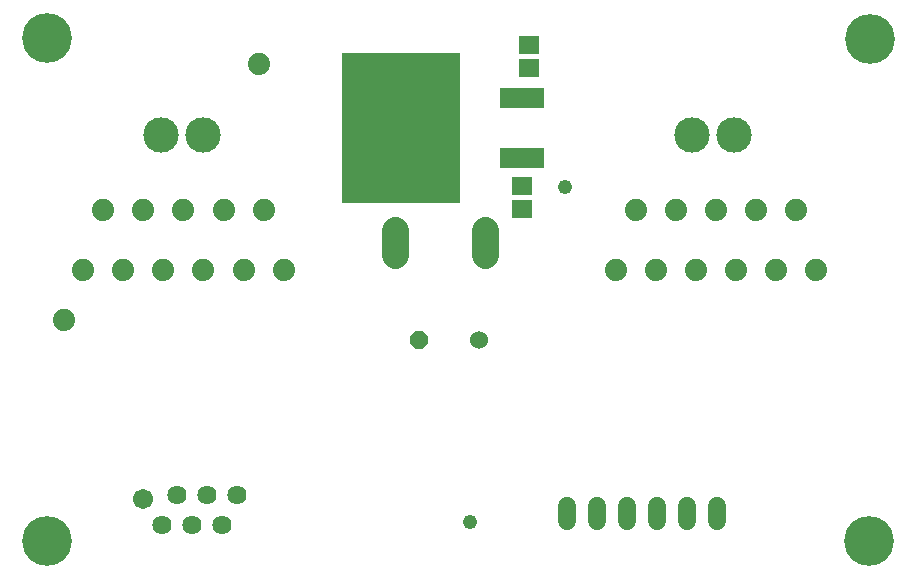
<source format=gbs>
G75*
%MOIN*%
%OFA0B0*%
%FSLAX24Y24*%
%IPPOS*%
%LPD*%
%AMOC8*
5,1,8,0,0,1.08239X$1,22.5*
%
%ADD10C,0.0740*%
%ADD11R,0.3919X0.5001*%
%ADD12R,0.1458X0.0710*%
%ADD13R,0.0671X0.0592*%
%ADD14C,0.1182*%
%ADD15C,0.0600*%
%ADD16OC8,0.0600*%
%ADD17C,0.0600*%
%ADD18C,0.0905*%
%ADD19C,0.0640*%
%ADD20C,0.0671*%
%ADD21C,0.1661*%
%ADD22C,0.0480*%
D10*
X008141Y011137D03*
X008760Y012811D03*
X010098Y012811D03*
X011437Y012811D03*
X012775Y012811D03*
X014114Y012811D03*
X015452Y012811D03*
X014783Y014811D03*
X013445Y014811D03*
X012106Y014811D03*
X010767Y014811D03*
X009429Y014811D03*
X014637Y019681D03*
X026510Y012811D03*
X027848Y012811D03*
X029187Y012811D03*
X030525Y012811D03*
X031864Y012811D03*
X033202Y012811D03*
X032533Y014811D03*
X031195Y014811D03*
X029856Y014811D03*
X028517Y014811D03*
X027179Y014811D03*
D11*
X019352Y017537D03*
D12*
X023397Y016537D03*
X023397Y018537D03*
D13*
X023614Y019555D03*
X023614Y020303D03*
X023378Y015614D03*
X023378Y014866D03*
D14*
X029071Y017311D03*
X030448Y017311D03*
X012752Y017311D03*
X011374Y017311D03*
D15*
X024889Y004964D02*
X024889Y004444D01*
X025889Y004444D02*
X025889Y004964D01*
X026889Y004964D02*
X026889Y004444D01*
X027889Y004444D02*
X027889Y004964D01*
X028889Y004964D02*
X028889Y004444D01*
X029889Y004444D02*
X029889Y004964D01*
D16*
X019958Y010468D03*
D17*
X021958Y010468D03*
D18*
X022161Y013331D02*
X022161Y014156D01*
X019161Y014156D02*
X019161Y013331D01*
D19*
X013909Y005326D03*
X012909Y005326D03*
X011909Y005326D03*
X011409Y004326D03*
X012409Y004326D03*
X013409Y004326D03*
D20*
X010771Y005183D03*
D21*
X007551Y003775D03*
X034952Y003775D03*
X034992Y020507D03*
X007551Y020547D03*
D22*
X024834Y015586D03*
X021645Y004405D03*
M02*

</source>
